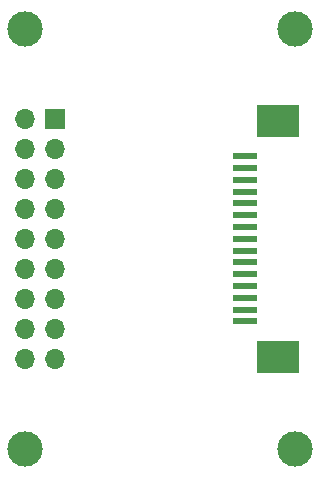
<source format=gbr>
%TF.GenerationSoftware,KiCad,Pcbnew,9.0.0*%
%TF.CreationDate,2025-08-11T15:21:08+02:00*%
%TF.ProjectId,ov5640_adapter,6f763536-3430-45f6-9164-61707465722e,rev?*%
%TF.SameCoordinates,Original*%
%TF.FileFunction,Soldermask,Top*%
%TF.FilePolarity,Negative*%
%FSLAX46Y46*%
G04 Gerber Fmt 4.6, Leading zero omitted, Abs format (unit mm)*
G04 Created by KiCad (PCBNEW 9.0.0) date 2025-08-11 15:21:08*
%MOMM*%
%LPD*%
G01*
G04 APERTURE LIST*
%ADD10C,3.000000*%
%ADD11R,2.000000X0.610000*%
%ADD12R,3.600000X2.680000*%
%ADD13R,1.700000X1.700000*%
%ADD14O,1.700000X1.700000*%
G04 APERTURE END LIST*
D10*
%TO.C,H3*%
X110560000Y-83230000D03*
%TD*%
%TO.C,H2*%
X110560000Y-118790000D03*
%TD*%
D11*
%TO.C,J2*%
X106300000Y-94000000D03*
X106300000Y-95000000D03*
X106300000Y-96000000D03*
X106300000Y-97000000D03*
X106300000Y-98000000D03*
X106300000Y-99000000D03*
X106300000Y-100000000D03*
X106300000Y-101000000D03*
X106300000Y-102000000D03*
X106300000Y-103000000D03*
X106300000Y-104000000D03*
X106300000Y-105000000D03*
X106300000Y-106000000D03*
X106300000Y-107000000D03*
X106300000Y-108000000D03*
D12*
X109100000Y-110990000D03*
X109100000Y-91010000D03*
%TD*%
D13*
%TO.C,J1*%
X90240000Y-90850000D03*
D14*
X87700000Y-90850000D03*
X90240000Y-93390000D03*
X87700000Y-93390000D03*
X90240000Y-95930000D03*
X87700000Y-95930000D03*
X90240000Y-98470000D03*
X87700000Y-98470000D03*
X90240000Y-101010000D03*
X87700000Y-101010000D03*
X90240000Y-103550000D03*
X87700000Y-103550000D03*
X90240000Y-106090000D03*
X87700000Y-106090000D03*
X90240000Y-108630000D03*
X87700000Y-108630000D03*
X90240000Y-111170000D03*
X87700000Y-111170000D03*
%TD*%
D10*
%TO.C,H1*%
X87700000Y-118790000D03*
%TD*%
%TO.C,H4*%
X87700000Y-83230000D03*
%TD*%
M02*

</source>
